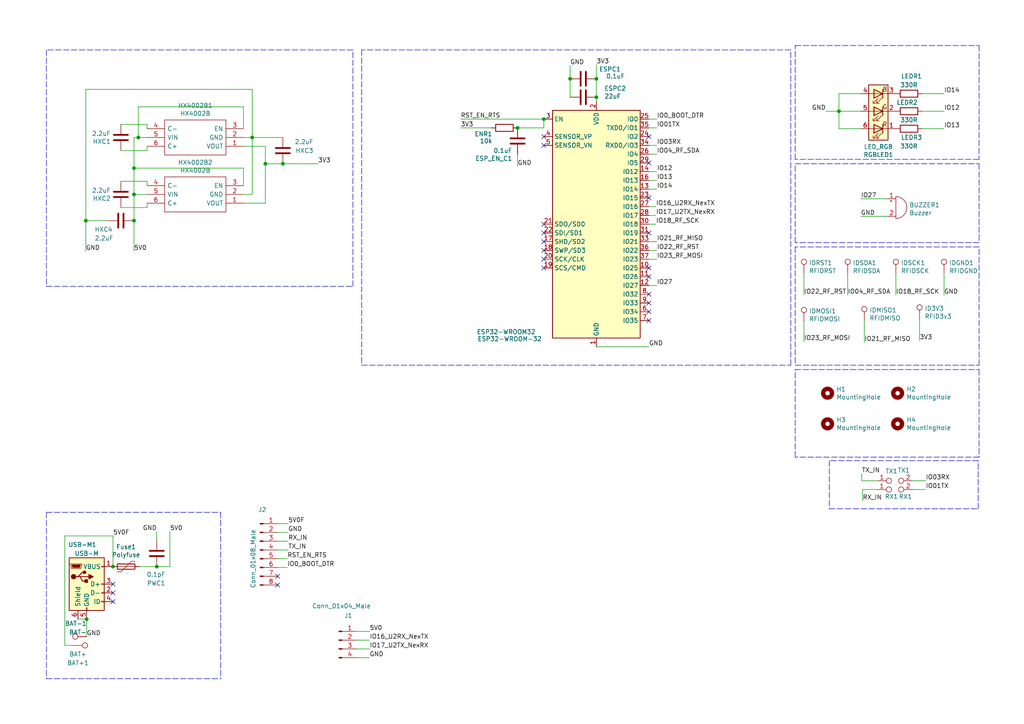
<source format=kicad_sch>
(kicad_sch (version 20211123) (generator eeschema)
  (paper "A4")
  (title_block (title "Wireless RFID NFC Contactless Card Reader - Board") (rev "2.3") (company "AeonLabs") (comment 1 "Copyright 2022"))
  (lib_symbols
    (symbol "Connector:Conn_01x04_Male" (pin_names (offset 1.016) hide)
      (property "Reference" "J" (at 0 5.08 0))
      (property "Value" "Conn_01x04_Male" (at 0 -7.62 0))
      (symbol "Conn_01x04_Male_1_1"
        (polyline (pts (xy 1.27 -5.08) (xy 0.8636 -5.08)) (stroke (width 0.1524)))
        (polyline (pts (xy 1.27 -2.54) (xy 0.8636 -2.54)) (stroke (width 0.1524)))
        (polyline (pts (xy 1.27 0) (xy 0.8636 0)) (stroke (width 0.1524)))
        (polyline (pts (xy 1.27 2.54) (xy 0.8636 2.54)) (stroke (width 0.1524)))
        (rectangle (start 0.8636 -4.953) (end 0 -5.207) (stroke (width 0.1524)) (fill (type outline)))
        (rectangle (start 0.8636 -2.413) (end 0 -2.667) (stroke (width 0.1524)) (fill (type outline)))
        (rectangle (start 0.8636 0.127) (end 0 -0.127) (stroke (width 0.1524)) (fill (type outline)))
        (rectangle (start 0.8636 2.667) (end 0 2.413) (stroke (width 0.1524)) (fill (type outline)))
        (pin passive line (at 5.08 2.54 180) (length 3.81) (name "Pin_1") (number "1"))
        (pin passive line (at 5.08 0 180) (length 3.81) (name "Pin_2") (number "2"))
        (pin passive line (at 5.08 -2.54 180) (length 3.81) (name "Pin_3") (number "3"))
        (pin passive line (at 5.08 -5.08 180) (length 3.81) (name "Pin_4") (number "4"))
      )
    )
    (symbol "Connector:Conn_01x08_Male" (pin_names (offset 1.016) hide)
      (property "Reference" "J" (at 0 10.16 0))
      (property "Value" "Conn_01x08_Male" (at 0 -12.7 0))
      (symbol "Conn_01x08_Male_1_1"
        (polyline (pts (xy 1.27 -10.16) (xy 0.8636 -10.16)) (stroke (width 0.1524)))
        (polyline (pts (xy 1.27 -7.62) (xy 0.8636 -7.62)) (stroke (width 0.1524)))
        (polyline (pts (xy 1.27 -5.08) (xy 0.8636 -5.08)) (stroke (width 0.1524)))
        (polyline (pts (xy 1.27 -2.54) (xy 0.8636 -2.54)) (stroke (width 0.1524)))
        (polyline (pts (xy 1.27 0) (xy 0.8636 0)) (stroke (width 0.1524)))
        (polyline (pts (xy 1.27 2.54) (xy 0.8636 2.54)) (stroke (width 0.1524)))
        (polyline (pts (xy 1.27 5.08) (xy 0.8636 5.08)) (stroke (width 0.1524)))
        (polyline (pts (xy 1.27 7.62) (xy 0.8636 7.62)) (stroke (width 0.1524)))
        (rectangle (start 0.8636 -10.033) (end 0 -10.287) (stroke (width 0.1524)) (fill (type outline)))
        (rectangle (start 0.8636 -7.493) (end 0 -7.747) (stroke (width 0.1524)) (fill (type outline)))
        (rectangle (start 0.8636 -4.953) (end 0 -5.207) (stroke (width 0.1524)) (fill (type outline)))
        (rectangle (start 0.8636 -2.413) (end 0 -2.667) (stroke (width 0.1524)) (fill (type outline)))
        (rectangle (start 0.8636 0.127) (end 0 -0.127) (stroke (width 0.1524)) (fill (type outline)))
        (rectangle (start 0.8636 2.667) (end 0 2.413) (stroke (width 0.1524)) (fill (type outline)))
        (rectangle (start 0.8636 5.207) (end 0 4.953) (stroke (width 0.1524)) (fill (type outline)))
        (rectangle (start 0.8636 7.747) (end 0 7.493) (stroke (width 0.1524)) (fill (type outline)))
        (pin passive line (at 5.08 7.62 180) (length 3.81) (name "Pin_1") (number "1"))
        (pin passive line (at 5.08 5.08 180) (length 3.81) (name "Pin_2") (number "2"))
        (pin passive line (at 5.08 2.54 180) (length 3.81) (name "Pin_3") (number "3"))
        (pin passive line (at 5.08 0 180) (length 3.81) (name "Pin_4") (number "4"))
        (pin passive line (at 5.08 -2.54 180) (length 3.81) (name "Pin_5") (number "5"))
        (pin passive line (at 5.08 -5.08 180) (length 3.81) (name "Pin_6") (number "6"))
        (pin passive line (at 5.08 -7.62 180) (length 3.81) (name "Pin_7") (number "7"))
        (pin passive line (at 5.08 -10.16 180) (length 3.81) (name "Pin_8") (number "8"))
      )
    )
    (symbol "Connector:TestPoint" (pin_numbers hide) (pin_names (offset 0.762) hide)
      (property "Reference" "TP" (at 0 6.858 0))
      (property "Value" "TestPoint" (at 0 5.08 0))
      (symbol "TestPoint_0_1"
        (circle (center 0 3.302) (radius 0.762))
      )
      (symbol "TestPoint_1_1"
        (pin passive line (at 0 0 90) (length 2.54) (name "1") (number "1"))
      )
    )
    (symbol "Connector:TestPoint_2Pole" (pin_names (offset 0.762) hide)
      (property "Reference" "TP" (at 0 1.524 0))
      (property "Value" "TestPoint_2Pole" (at 0 -1.778 0))
      (symbol "TestPoint_2Pole_0_1"
        (circle (center -1.778 0) (radius 0.762))
        (circle (center 1.778 0) (radius 0.762))
        (pin passive line (at -5.08 0 0) (length 2.54) (name "1") (number "1"))
        (pin passive line (at 5.08 0 180) (length 2.54) (name "2") (number "2"))
      )
    )
    (symbol "Connector:USB_B_Micro" (pin_names (offset 1.016))
      (property "Reference" "J" (at -5.08 11.43 0))
      (property "Value" "USB_B_Micro" (at -5.08 8.89 0))
      (symbol "USB_B_Micro_0_1"
        (rectangle (start -5.08 -7.62) (end 5.08 7.62) (stroke (width 0.254)) (fill (type background)))
        (circle (center -3.81 2.159) (radius 0.635) (stroke (width 0.254)) (fill (type outline)))
        (circle (center -0.635 3.429) (radius 0.381) (stroke (width 0.254)) (fill (type outline)))
        (rectangle (start -0.127 -7.62) (end 0.127 -6.858))
        (polyline (pts (xy -1.905 2.159) (xy 0.635 2.159)) (stroke (width 0.254)))
        (polyline (pts (xy -3.175 2.159) (xy -2.54 2.159) (xy -1.27 3.429) (xy -0.635 3.429)) (stroke (width 0.254)))
        (polyline (pts (xy -2.54 2.159) (xy -1.905 2.159) (xy -1.27 0.889) (xy 0 0.889)) (stroke (width 0.254)))
        (polyline (pts (xy 0.635 2.794) (xy 0.635 1.524) (xy 1.905 2.159) (xy 0.635 2.794)) (stroke (width 0.254)) (fill (type outline)))
        (polyline (pts (xy -4.318 5.588) (xy -1.778 5.588) (xy -2.032 4.826) (xy -4.064 4.826) (xy -4.318 5.588)) (fill (type outline)))
        (polyline (pts (xy -4.699 5.842) (xy -4.699 5.588) (xy -4.445 4.826) (xy -4.445 4.572) (xy -1.651 4.572) (xy -1.651 4.826) (xy -1.397 5.588) (xy -1.397 5.842) (xy -4.699 5.842)))
        (rectangle (start 0.254 1.27) (end -0.508 0.508) (stroke (width 0.254)) (fill (type outline)))
        (rectangle (start 5.08 -5.207) (end 4.318 -4.953))
        (rectangle (start 5.08 -2.667) (end 4.318 -2.413))
        (rectangle (start 5.08 -0.127) (end 4.318 0.127))
        (rectangle (start 5.08 4.953) (end 4.318 5.207))
      )
      (symbol "USB_B_Micro_1_1"
        (pin power_out line (at 7.62 5.08 180) (length 2.54) (name "VBUS") (number "1"))
        (pin bidirectional line (at 7.62 -2.54 180) (length 2.54) (name "D-") (number "2"))
        (pin bidirectional line (at 7.62 0 180) (length 2.54) (name "D+") (number "3"))
        (pin passive line (at 7.62 -5.08 180) (length 2.54) (name "ID") (number "4"))
        (pin power_out line (at 0 -10.16 90) (length 2.54) (name "GND") (number "5"))
        (pin passive line (at -2.54 -10.16 90) (length 2.54) (name "Shield") (number "6"))
      )
    )
    (symbol "Device:Buzzer" (pin_names (offset 0.0254) hide)
      (property "Reference" "BZ" (at 3.81 1.27 0))
      (property "Value" "Buzzer" (at 3.81 -1.27 0))
      (symbol "Buzzer_0_1"
        (arc (start 0 -3.175) (mid 3.175 0) (end 0 3.175))
        (polyline (pts (xy -1.651 1.905) (xy -1.143 1.905)))
        (polyline (pts (xy -1.397 2.159) (xy -1.397 1.651)))
        (polyline (pts (xy 0 3.175) (xy 0 -3.175)))
      )
      (symbol "Buzzer_1_1"
        (pin passive line (at -2.54 2.54 0) (length 2.54) (name "-") (number "1"))
        (pin passive line (at -2.54 -2.54 0) (length 2.54) (name "+") (number "2"))
      )
    )
    (symbol "Device:C" (pin_numbers hide) (pin_names (offset 0.254))
      (property "Reference" "C" (at 0.635 2.54 0))
      (property "Value" "C" (at 0.635 -2.54 0))
      (symbol "C_0_1"
        (polyline (pts (xy -2.032 -0.762) (xy 2.032 -0.762)) (stroke (width 0.508)))
        (polyline (pts (xy -2.032 0.762) (xy 2.032 0.762)) (stroke (width 0.508)))
      )
      (symbol "C_1_1"
        (pin passive line (at 0 3.81 270) (length 2.794) (name "~") (number "1"))
        (pin passive line (at 0 -3.81 90) (length 2.794) (name "~") (number "2"))
      )
    )
    (symbol "Device:LED_RGB" (pin_names (offset 0) hide)
      (property "Reference" "D" (at 0 9.398 0))
      (property "Value" "LED_RGB" (at 0 -8.89 0))
      (symbol "LED_RGB_0_0"
        (text "B" (at -1.905 -6.35 0) (effects (font (size 1.27 1.27))))
        (text "G" (at -1.905 -1.27 0) (effects (font (size 1.27 1.27))))
        (text "R" (at -1.905 3.81 0) (effects (font (size 1.27 1.27))))
      )
      (symbol "LED_RGB_0_1"
        (polyline (pts (xy -1.27 -5.08) (xy -2.54 -5.08)))
        (polyline (pts (xy -1.27 -5.08) (xy 1.27 -5.08)))
        (polyline (pts (xy -1.27 -3.81) (xy -1.27 -6.35)) (stroke (width 0.254)))
        (polyline (pts (xy -1.27 0) (xy -2.54 0)))
        (polyline (pts (xy -1.27 1.27) (xy -1.27 -1.27)) (stroke (width 0.254)))
        (polyline (pts (xy -1.27 5.08) (xy -2.54 5.08)))
        (polyline (pts (xy -1.27 5.08) (xy 1.27 5.08)))
        (polyline (pts (xy -1.27 6.35) (xy -1.27 3.81)) (stroke (width 0.254)))
        (polyline (pts (xy 1.27 -5.08) (xy 2.54 -5.08)))
        (polyline (pts (xy 1.27 0) (xy -1.27 0)))
        (polyline (pts (xy 1.27 0) (xy 2.54 0)))
        (polyline (pts (xy 1.27 5.08) (xy 2.54 5.08)))
        (polyline (pts (xy -1.27 1.27) (xy -1.27 -1.27) (xy -1.27 -1.27)))
        (polyline (pts (xy -1.27 6.35) (xy -1.27 3.81) (xy -1.27 3.81)))
        (polyline (pts (xy 1.27 -3.81) (xy 1.27 -6.35) (xy -1.27 -5.08) (xy 1.27 -3.81)) (stroke (width 0.254)))
        (polyline (pts (xy 1.27 1.27) (xy 1.27 -1.27) (xy -1.27 0) (xy 1.27 1.27)) (stroke (width 0.254)))
        (polyline (pts (xy 1.27 6.35) (xy 1.27 3.81) (xy -1.27 5.08) (xy 1.27 6.35)) (stroke (width 0.254)))
        (polyline (pts (xy -1.016 -3.81) (xy 0.508 -2.286) (xy -0.254 -2.286) (xy 0.508 -2.286) (xy 0.508 -3.048)))
        (polyline (pts (xy -1.016 1.27) (xy 0.508 2.794) (xy -0.254 2.794) (xy 0.508 2.794) (xy 0.508 2.032)))
        (polyline (pts (xy -1.016 6.35) (xy 0.508 7.874) (xy -0.254 7.874) (xy 0.508 7.874) (xy 0.508 7.112)))
        (polyline (pts (xy 0 -3.81) (xy 1.524 -2.286) (xy 0.762 -2.286) (xy 1.524 -2.286) (xy 1.524 -3.048)))
        (polyline (pts (xy 0 1.27) (xy 1.524 2.794) (xy 0.762 2.794) (xy 1.524 2.794) (xy 1.524 2.032)))
        (polyline (pts (xy 0 6.35) (xy 1.524 7.874) (xy 0.762 7.874) (xy 1.524 7.874) (xy 1.524 7.112)))
        (rectangle (start 1.27 -1.27) (end 1.27 1.27))
        (rectangle (start 1.27 1.27) (end 1.27 1.27))
        (rectangle (start 1.27 3.81) (end 1.27 6.35))
        (rectangle (start 1.27 6.35) (end 1.27 6.35))
        (rectangle (start 2.794 8.382) (end -2.794 -7.62) (stroke (width 0.254)) (fill (type background)))
      )
      (symbol "LED_RGB_1_1"
        (pin passive line (at -5.08 5.08 0) (length 2.54) (name "RK") (number "1"))
        (pin passive line (at -5.08 0 0) (length 2.54) (name "GK") (number "2"))
        (pin passive line (at -5.08 -5.08 0) (length 2.54) (name "BK") (number "3"))
        (pin passive line (at 5.08 -5.08 180) (length 2.54) (name "BA") (number "4"))
        (pin passive line (at 5.08 0 180) (length 2.54) (name "GA") (number "5"))
        (pin passive line (at 5.08 5.08 180) (length 2.54) (name "RA") (number "6"))
      )
    )
    (symbol "Device:Polyfuse" (pin_numbers hide) (pin_names (offset 0))
      (property "Reference" "F" (at -2.54 0 90))
      (property "Value" "Polyfuse" (at 2.54 0 90))
      (symbol "Polyfuse_0_1"
        (rectangle (start -0.762 2.54) (end 0.762 -2.54) (stroke (width 0.254)))
        (polyline (pts (xy 0 2.54) (xy 0 -2.54)))
        (polyline (pts (xy -1.524 2.54) (xy -1.524 1.524) (xy 1.524 -1.524) (xy 1.524 -2.54)))
      )
      (symbol "Polyfuse_1_1"
        (pin passive line (at 0 3.81 270) (length 1.27) (name "~") (number "1"))
        (pin passive line (at 0 -3.81 90) (length 1.27) (name "~") (number "2"))
      )
    )
    (symbol "Device:R" (pin_numbers hide) (pin_names (offset 0))
      (property "Reference" "R" (at 2.032 0 90))
      (property "Value" "R" (at 0 0 90))
      (symbol "R_0_1"
        (rectangle (start -1.016 -2.54) (end 1.016 2.54) (stroke (width 0.254)))
      )
      (symbol "R_1_1"
        (pin passive line (at 0 3.81 270) (length 1.27) (name "~") (number "1"))
        (pin passive line (at 0 -3.81 90) (length 1.27) (name "~") (number "2"))
      )
    )
    (symbol "HX4002:HX4002" (pin_names (offset 0.762))
      (property "Reference" "IC" (at 24.13 7.62 0))
      (property "Value" "HX4002_HX4002" (at 24.13 5.08 0))
      (symbol "HX4002_0_0"
        (pin passive line (at 0 0 0) (length 5.08) (name "VOUT") (number "1"))
        (pin passive line (at 0 -2.54 0) (length 5.08) (name "GND") (number "2"))
        (pin passive line (at 0 -5.08 0) (length 5.08) (name "EN") (number "3"))
        (pin passive line (at 27.94 -5.08 180) (length 5.08) (name "C-") (number "4"))
        (pin passive line (at 27.94 -2.54 180) (length 5.08) (name "VIN") (number "5"))
        (pin passive line (at 27.94 0 180) (length 5.08) (name "C+") (number "6"))
      )
      (symbol "HX4002_0_1"
        (polyline (pts (xy 5.08 2.54) (xy 22.86 2.54) (xy 22.86 -7.62) (xy 5.08 -7.62) (xy 5.08 2.54)) (stroke (width 0.1524)))
      )
    )
    (symbol "Mechanical:MountingHole" (pin_names (offset 1.016))
      (property "Reference" "H" (at 0 5.08 0))
      (property "Value" "MountingHole" (at 0 3.175 0))
      (symbol "MountingHole_0_1"
        (circle (center 0 0) (radius 1.27) (stroke (width 1.27)))
      )
    )
    (symbol "RF_Module:ESP32-WROOM-32"
      (property "Reference" "U" (at -12.7 34.29 0))
      (property "Value" "ESP32-WROOM-32" (at 1.27 34.29 0))
      (symbol "ESP32-WROOM-32_0_1"
        (rectangle (start -12.7 33.02) (end 12.7 -33.02) (stroke (width 0.254)) (fill (type background)))
      )
      (symbol "ESP32-WROOM-32_1_1"
        (pin power_in line (at 0 -35.56 90) (length 2.54) (name "GND") (number "1"))
        (pin bidirectional line (at 15.24 -12.7 180) (length 2.54) (name "IO25") (number "10"))
        (pin bidirectional line (at 15.24 -15.24 180) (length 2.54) (name "IO26") (number "11"))
        (pin bidirectional line (at 15.24 -17.78 180) (length 2.54) (name "IO27") (number "12"))
        (pin bidirectional line (at 15.24 10.16 180) (length 2.54) (name "IO14") (number "13"))
        (pin bidirectional line (at 15.24 15.24 180) (length 2.54) (name "IO12") (number "14"))
        (pin passive line (at 0 -35.56 90) (length 2.54) hide (name "GND") (number "15"))
        (pin bidirectional line (at 15.24 12.7 180) (length 2.54) (name "IO13") (number "16"))
        (pin bidirectional line (at -15.24 -5.08 0) (length 2.54) (name "SHD/SD2") (number "17"))
        (pin bidirectional line (at -15.24 -7.62 0) (length 2.54) (name "SWP/SD3") (number "18"))
        (pin bidirectional line (at -15.24 -12.7 0) (length 2.54) (name "SCS/CMD") (number "19"))
        (pin power_in line (at 0 35.56 270) (length 2.54) (name "VDD") (number "2"))
        (pin bidirectional line (at -15.24 -10.16 0) (length 2.54) (name "SCK/CLK") (number "20"))
        (pin bidirectional line (at -15.24 0 0) (length 2.54) (name "SDO/SD0") (number "21"))
        (pin bidirectional line (at -15.24 -2.54 0) (length 2.54) (name "SDI/SD1") (number "22"))
        (pin bidirectional line (at 15.24 7.62 180) (length 2.54) (name "IO15") (number "23"))
        (pin bidirectional line (at 15.24 25.4 180) (length 2.54) (name "IO2") (number "24"))
        (pin bidirectional line (at 15.24 30.48 180) (length 2.54) (name "IO0") (number "25"))
        (pin bidirectional line (at 15.24 20.32 180) (length 2.54) (name "IO4") (number "26"))
        (pin bidirectional line (at 15.24 5.08 180) (length 2.54) (name "IO16") (number "27"))
        (pin bidirectional line (at 15.24 2.54 180) (length 2.54) (name "IO17") (number "28"))
        (pin bidirectional line (at 15.24 17.78 180) (length 2.54) (name "IO5") (number "29"))
        (pin input line (at -15.24 30.48 0) (length 2.54) (name "EN") (number "3"))
        (pin bidirectional line (at 15.24 0 180) (length 2.54) (name "IO18") (number "30"))
        (pin bidirectional line (at 15.24 -2.54 180) (length 2.54) (name "IO19") (number "31"))
        (pin no_connect line (at -12.7 -27.94 0) (length 2.54) hide (name "NC") (number "32"))
        (pin bidirectional line (at 15.24 -5.08 180) (length 2.54) (name "IO21") (number "33"))
        (pin bidirectional line (at 15.24 22.86 180) (length 2.54) (name "RXD0/IO3") (number "34"))
        (pin bidirectional line (at 15.24 27.94 180) (length 2.54) (name "TXD0/IO1") (number "35"))
        (pin bidirectional line (at 15.24 -7.62 180) (length 2.54) (name "IO22") (number "36"))
        (pin bidirectional line (at 15.24 -10.16 180) (length 2.54) (name "IO23") (number "37"))
        (pin passive line (at 0 -35.56 90) (length 2.54) hide (name "GND") (number "38"))
        (pin passive line (at 0 -35.56 90) (length 2.54) hide (name "GND") (number "39"))
        (pin input line (at -15.24 25.4 0) (length 2.54) (name "SENSOR_VP") (number "4"))
        (pin input line (at -15.24 22.86 0) (length 2.54) (name "SENSOR_VN") (number "5"))
        (pin input line (at 15.24 -25.4 180) (length 2.54) (name "IO34") (number "6"))
        (pin input line (at 15.24 -27.94 180) (length 2.54) (name "IO35") (number "7"))
        (pin bidirectional line (at 15.24 -20.32 180) (length 2.54) (name "IO32") (number "8"))
        (pin bidirectional line (at 15.24 -22.86 180) (length 2.54) (name "IO33") (number "9"))
      )
    )
  )
  (junction (at 38.862 48.768))
  (junction (at 40.132 39.878))
  (junction (at 32.766 164.338))
  (junction (at 76.962 47.498))
  (junction (at 38.862 56.388))
  (junction (at 172.974 22.86))
  (junction (at 45.466 164.338))
  (junction (at 157.734 34.544))
  (junction (at 243.332 32.258))
  (junction (at 150.114 37.084))
  (junction (at 165.354 22.86))
  (junction (at 38.862 64.008))
  (junction (at 82.042 47.498))
  (junction (at 172.974 28.194))
  (junction (at 73.152 39.878))
  (junction (at 25.146 179.578))
  (junction (at 24.892 64.008))
  (no_connect (at 157.734 65.024))
  (no_connect (at 32.766 171.958))
  (no_connect (at 32.766 169.418))
  (no_connect (at 188.214 90.424))
  (no_connect (at 157.734 77.724))
  (no_connect (at 188.214 39.624))
  (no_connect (at 157.734 72.644))
  (no_connect (at 188.214 47.244))
  (no_connect (at 188.214 85.344))
  (no_connect (at 188.214 80.264))
  (no_connect (at 188.214 67.564))
  (no_connect (at 157.734 75.184))
  (no_connect (at 157.734 70.104))
  (no_connect (at 157.734 39.624))
  (no_connect (at 157.734 42.164))
  (no_connect (at 188.214 57.404))
  (no_connect (at 80.518 167.132))
  (no_connect (at 80.518 169.672))
  (no_connect (at 157.734 67.564))
  (no_connect (at 188.214 77.724))
  (no_connect (at 32.766 174.498))
  (no_connect (at 188.214 87.884))
  (no_connect (at 188.214 92.964))
  (wire (pts (xy 273.812 79.248) (xy 273.812 85.598)))
  (wire (pts (xy 42.672 52.578) (xy 35.052 52.578)))
  (wire (pts (xy 70.612 48.768) (xy 70.612 53.848)))
  (polyline (pts (xy 230.632 70.358) (xy 230.632 47.498)))
  (wire (pts (xy 233.172 79.248) (xy 233.172 85.598)))
  (wire (pts (xy 172.974 28.194) (xy 172.974 29.464)))
  (wire (pts (xy 267.462 27.178) (xy 273.812 27.178)))
  (polyline (pts (xy 104.902 105.918) (xy 229.362 105.918)))
  (polyline (pts (xy 229.362 105.918) (xy 229.362 14.478)))
  (polyline (pts (xy 283.972 71.628) (xy 230.632 71.628)))
  (polyline (pts (xy 13.462 148.59) (xy 64.008 148.59)))
  (wire (pts (xy 38.862 56.388) (xy 38.862 64.008)))
  (wire (pts (xy 40.132 30.988) (xy 70.612 30.988)))
  (wire (pts (xy 24.892 64.008) (xy 24.892 72.898)))
  (wire (pts (xy 188.214 34.544) (xy 190.5 34.544)))
  (wire (pts (xy 245.872 79.248) (xy 245.872 85.598)))
  (wire (pts (xy 49.276 154.178) (xy 49.276 164.338)))
  (wire (pts (xy 243.332 32.258) (xy 239.522 32.258)))
  (wire (pts (xy 40.132 39.878) (xy 40.132 30.988)))
  (wire (pts (xy 38.862 48.768) (xy 38.862 39.878)))
  (wire (pts (xy 257.302 57.658) (xy 249.682 57.658)))
  (wire (pts (xy 18.796 187.198) (xy 21.336 187.198)))
  (polyline (pts (xy 283.718 133.604) (xy 240.538 133.604)))
  (wire (pts (xy 24.892 25.908) (xy 24.892 64.008)))
  (wire (pts (xy 45.466 164.338) (xy 49.276 164.338)))
  (wire (pts (xy 188.214 62.484) (xy 190.246 62.484)))
  (polyline (pts (xy 230.632 46.228) (xy 230.632 13.208)))
  (wire (pts (xy 264.668 141.986) (xy 268.478 141.986)))
  (wire (pts (xy 249.936 139.446) (xy 254.508 139.446)))
  (polyline (pts (xy 230.632 105.918) (xy 283.972 105.918)))
  (wire (pts (xy 42.672 60.198) (xy 35.052 60.198)))
  (wire (pts (xy 70.612 30.988) (xy 70.612 37.338)))
  (wire (pts (xy 80.518 156.972) (xy 83.566 156.972)))
  (wire (pts (xy 188.214 42.164) (xy 190.5 42.164)))
  (wire (pts (xy 172.974 22.86) (xy 172.974 28.194)))
  (polyline (pts (xy 102.362 83.058) (xy 102.362 14.478)))
  (wire (pts (xy 22.606 179.578) (xy 25.146 179.578)))
  (wire (pts (xy 76.962 58.928) (xy 70.612 58.928)))
  (wire (pts (xy 76.962 47.498) (xy 82.042 47.498)))
  (wire (pts (xy 70.612 39.878) (xy 73.152 39.878)))
  (wire (pts (xy 70.612 42.418) (xy 76.962 42.418)))
  (wire (pts (xy 103.378 185.674) (xy 107.188 185.674)))
  (wire (pts (xy 42.672 36.068) (xy 35.052 36.068)))
  (wire (pts (xy 165.354 22.86) (xy 165.354 28.194)))
  (wire (pts (xy 188.214 54.864) (xy 190.5 54.864)))
  (wire (pts (xy 32.766 164.338) (xy 32.766 155.448)))
  (polyline (pts (xy 283.972 46.228) (xy 230.632 46.228)))
  (wire (pts (xy 233.172 93.218) (xy 233.172 99.06)))
  (wire (pts (xy 80.518 154.432) (xy 83.566 154.432)))
  (wire (pts (xy 73.152 25.908) (xy 24.892 25.908)))
  (wire (pts (xy 188.214 37.084) (xy 190.5 37.084)))
  (polyline (pts (xy 230.632 132.588) (xy 230.632 107.188)))
  (wire (pts (xy 188.214 52.324) (xy 190.5 52.324)))
  (wire (pts (xy 172.974 18.796) (xy 172.974 22.86)))
  (wire (pts (xy 264.668 139.446) (xy 268.478 139.446)))
  (wire (pts (xy 42.672 58.928) (xy 42.672 60.198)))
  (wire (pts (xy 32.766 155.448) (xy 18.796 155.448)))
  (polyline (pts (xy 13.462 196.85) (xy 64.008 196.85)))
  (wire (pts (xy 42.672 56.388) (xy 38.862 56.388)))
  (polyline (pts (xy 283.972 70.358) (xy 230.632 70.358)))
  (wire (pts (xy 80.518 162.052) (xy 83.312 162.052)))
  (wire (pts (xy 250.19 141.986) (xy 254.508 141.986)))
  (wire (pts (xy 250.19 141.986) (xy 250.19 145.288)))
  (wire (pts (xy 250.698 92.964) (xy 250.698 99.314)))
  (wire (pts (xy 38.862 56.388) (xy 38.862 48.768)))
  (wire (pts (xy 188.214 75.184) (xy 190.5 75.184)))
  (wire (pts (xy 38.862 72.898) (xy 38.862 64.008)))
  (polyline (pts (xy 230.632 107.188) (xy 283.972 107.188)))
  (polyline (pts (xy 229.362 14.478) (xy 104.902 14.478)))
  (wire (pts (xy 150.114 44.704) (xy 150.114 48.26)))
  (polyline (pts (xy 230.632 47.498) (xy 283.972 47.498)))
  (wire (pts (xy 25.146 184.658) (xy 25.146 179.578)))
  (polyline (pts (xy 240.538 133.604) (xy 240.538 147.574)))
  (wire (pts (xy 103.378 188.214) (xy 107.188 188.214)))
  (polyline (pts (xy 283.718 147.574) (xy 283.718 133.604)))
  (wire (pts (xy 133.604 34.544) (xy 157.734 34.544)))
  (wire (pts (xy 266.7 92.456) (xy 266.7 98.806)))
  (wire (pts (xy 188.214 59.944) (xy 190.246 59.944)))
  (wire (pts (xy 42.672 37.338) (xy 42.672 36.068)))
  (wire (pts (xy 38.862 39.878) (xy 40.132 39.878)))
  (wire (pts (xy 42.672 43.688) (xy 35.052 43.688)))
  (wire (pts (xy 73.152 56.388) (xy 70.612 56.388)))
  (wire (pts (xy 157.734 34.544) (xy 157.734 37.084)))
  (polyline (pts (xy 13.462 148.59) (xy 13.462 196.85)))
  (polyline (pts (xy 13.462 83.058) (xy 102.362 83.058)))
  (wire (pts (xy 188.214 82.804) (xy 190.5 82.804)))
  (wire (pts (xy 76.962 47.498) (xy 76.962 58.928)))
  (wire (pts (xy 40.386 164.338) (xy 45.466 164.338)))
  (polyline (pts (xy 102.362 14.478) (xy 13.462 14.478)))
  (wire (pts (xy 249.936 137.414) (xy 249.936 139.446)))
  (polyline (pts (xy 104.902 14.478) (xy 104.902 105.918)))
  (wire (pts (xy 18.796 155.448) (xy 18.796 187.198)))
  (wire (pts (xy 73.152 39.878) (xy 73.152 56.388)))
  (wire (pts (xy 259.842 79.248) (xy 259.842 85.598)))
  (wire (pts (xy 76.962 42.418) (xy 76.962 47.498)))
  (polyline (pts (xy 240.538 147.574) (xy 283.718 147.574)))
  (wire (pts (xy 73.152 25.908) (xy 73.152 39.878)))
  (polyline (pts (xy 283.972 132.588) (xy 230.632 132.588)))
  (polyline (pts (xy 283.972 107.188) (xy 283.972 132.588)))
  (polyline (pts (xy 283.972 105.918) (xy 283.972 71.628)))
  (wire (pts (xy 38.862 48.768) (xy 70.612 48.768)))
  (wire (pts (xy 267.462 37.338) (xy 273.812 37.338)))
  (wire (pts (xy 45.466 156.718) (xy 45.466 154.178)))
  (wire (pts (xy 133.604 37.084) (xy 142.494 37.084)))
  (polyline (pts (xy 230.632 13.208) (xy 283.972 13.208)))
  (wire (pts (xy 188.214 70.104) (xy 190.5 70.104)))
  (wire (pts (xy 80.518 151.892) (xy 83.566 151.892)))
  (wire (pts (xy 188.214 49.784) (xy 190.5 49.784)))
  (wire (pts (xy 40.132 39.878) (xy 42.672 39.878)))
  (wire (pts (xy 73.152 39.878) (xy 82.042 39.878)))
  (wire (pts (xy 267.462 32.258) (xy 273.812 32.258)))
  (wire (pts (xy 103.378 183.134) (xy 107.188 183.134)))
  (wire (pts (xy 249.682 32.258) (xy 243.332 32.258)))
  (wire (pts (xy 82.042 47.498) (xy 92.202 47.498)))
  (wire (pts (xy 103.378 190.754) (xy 107.188 190.754)))
  (wire (pts (xy 172.974 100.584) (xy 188.214 100.584)))
  (wire (pts (xy 249.682 37.338) (xy 243.332 37.338)))
  (wire (pts (xy 188.214 65.024) (xy 190.246 65.024)))
  (wire (pts (xy 42.672 42.418) (xy 42.672 43.688)))
  (wire (pts (xy 165.354 19.05) (xy 165.354 22.86)))
  (wire (pts (xy 188.214 72.644) (xy 190.5 72.644)))
  (polyline (pts (xy 13.462 14.478) (xy 13.462 83.058)))
  (wire (pts (xy 157.734 37.084) (xy 150.114 37.084)))
  (polyline (pts (xy 283.972 13.208) (xy 283.972 46.228)))
  (wire (pts (xy 243.332 32.258) (xy 243.332 27.178)))
  (wire (pts (xy 188.214 44.704) (xy 190.5 44.704)))
  (wire (pts (xy 80.518 164.592) (xy 83.312 164.592)))
  (polyline (pts (xy 283.972 47.498) (xy 283.972 70.358)))
  (polyline (pts (xy 64.008 148.59) (xy 64.008 196.85)))
  (polyline (pts (xy 230.632 71.628) (xy 230.632 105.918)))
  (wire (pts (xy 80.518 159.512) (xy 83.566 159.512)))
  (wire (pts (xy 257.302 62.738) (xy 249.682 62.738)))
  (wire (pts (xy 249.682 27.178) (xy 243.332 27.178)))
  (wire (pts (xy 243.332 37.338) (xy 243.332 32.258)))
  (wire (pts (xy 42.672 53.848) (xy 42.672 52.578)))
  (wire (pts (xy 31.242 64.008) (xy 24.892 64.008)))
  (label "IO21_RF_MISO" (at 250.698 99.314 0))
  (label "GND" (at 188.214 100.584 0))
  (label "IO01TX" (at 268.478 141.986 0))
  (label "IO21_RF_MISO" (at 190.5 70.104 0))
  (label "GND" (at 165.354 19.05 0))
  (label "5V0" (at 38.862 72.898 0))
  (label "GND" (at 239.522 32.258 180))
  (label "IO18_RF_SCK" (at 259.842 85.598 0))
  (label "RST_EN_RTS" (at 133.604 34.544 0))
  (label "RST_EN_RTS" (at 83.312 162.052 0))
  (label "IO14" (at 190.5 54.864 0))
  (label "IO0_BOOT_DTR" (at 83.312 164.592 0))
  (label "3V3" (at 266.7 98.806 0))
  (label "RX_IN" (at 83.566 156.972 0))
  (label "GND" (at 83.566 154.432 0))
  (label "IO03RX" (at 190.5 42.164 0))
  (label "GND" (at 150.114 48.26 0))
  (label "IO14" (at 273.812 27.178 0))
  (label "IO17_U2TX_NexRX" (at 107.188 188.214 0))
  (label "GND" (at 45.466 154.178 180))
  (label "IO13" (at 190.5 52.324 0))
  (label "GND" (at 24.892 72.898 0))
  (label "IO13" (at 273.812 37.338 0))
  (label "IO03RX" (at 268.478 139.446 0))
  (label "IO18_RF_SCK" (at 190.246 65.024 0))
  (label "GND" (at 273.812 85.598 0))
  (label "IO23_RF_MOSI" (at 233.172 99.06 0))
  (label "IO22_RF_RST" (at 190.5 72.644 0))
  (label "TX_IN" (at 83.566 159.512 0))
  (label "5V0" (at 107.188 183.134 0))
  (label "IO16_U2RX_NexTX" (at 107.188 185.674 0))
  (label "IO0_BOOT_DTR" (at 190.5 34.544 0))
  (label "GND" (at 107.188 190.754 0))
  (label "GND" (at 249.682 62.738 0))
  (label "RX_IN" (at 250.19 145.288 0))
  (label "IO27" (at 190.5 82.804 0))
  (label "IO12" (at 190.5 49.784 0))
  (label "3V3" (at 92.202 47.498 0))
  (label "5V0F" (at 32.766 155.448 0))
  (label "5V0F" (at 83.566 151.892 0))
  (label "IO12" (at 273.812 32.258 0))
  (label "GND" (at 25.146 184.658 0))
  (label "IO17_U2TX_NexRX" (at 190.246 62.484 0))
  (label "IO23_RF_MOSI" (at 190.5 75.184 0))
  (label "5V0" (at 49.276 154.178 0))
  (label "IO16_U2RX_NexTX" (at 190.246 59.944 0))
  (label "IO04_RF_SDA" (at 245.872 85.598 0))
  (label "IO22_RF_RST" (at 233.172 85.598 0))
  (label "IO01TX" (at 190.5 37.084 0))
  (label "3V3" (at 172.974 18.796 0))
  (label "3V3" (at 133.604 37.084 0))
  (label "IO27" (at 249.682 57.658 0))
  (label "IO04_RF_SDA" (at 190.5 44.704 0))
  (label "TX_IN" (at 249.936 137.414 0))
  (symbol (lib_id "HX4002:HX4002") (at 70.612 58.928 180) (unit 1)
    (property "Reference" "HX4002B2" (at 56.642 47.117 0))
    (property "Value" "HX4002B" (at 56.642 49.4284 0))
    (property "Footprint" "AeonLabs:HX4002 SOT95 P280X125-6N" (effects hide))
    (property "Datasheet" "http://www.jiecx.com/files856985665897965/productpdf/2013-7-5/545010255.pdf" (effects hide))
    (property "Description" "Low Noise Regulated Charge Pump in SOT23-6" (effects hide))
    (property "Height" "1.25" (effects hide))
    (property "Manufacturer_Name" "HEXIN" (effects hide))
    (property "Manufacturer_Part_Number" "HX4002" (effects hide))
  )
  (symbol (lib_id "Device:C") (at 35.052 56.388 180) (unit 1)
    (property "Reference" "HXC2" (at 32.131 57.5564 0) (effects (justify left)))
    (property "Value" "2.2uF" (at 32.131 55.245 0) (effects (justify left)))
    (property "Footprint" "Capacitor_SMD:C_1206_3216Metric_Pad1.33x1.80mm_HandSolder" (effects hide))
  )
  (symbol (lib_id "Device:R") (at 263.652 27.178 90) (unit 1)
    (property "Reference" "LEDR1" (at 267.462 22.098 90) (effects (justify left)))
    (property "Value" "330R" (at 266.192 24.638 90) (effects (justify left)))
    (property "Footprint" "Resistor_SMD:R_1206_3216Metric_Pad1.30x1.75mm_HandSolder" (effects hide))
  )
  (symbol (lib_id "HX4002:HX4002") (at 70.612 42.418 180) (unit 1)
    (property "Reference" "HX4002B1" (at 56.642 30.607 0))
    (property "Value" "HX4002B" (at 56.642 32.9184 0))
    (property "Footprint" "AeonLabs:HX4002 SOT95 P280X125-6N" (effects hide))
    (property "Datasheet" "http://www.jiecx.com/files856985665897965/productpdf/2013-7-5/545010255.pdf" (effects hide))
    (property "Description" "Low Noise Regulated Charge Pump in SOT23-6" (effects hide))
    (property "Height" "1.25" (effects hide))
    (property "Manufacturer_Name" "HEXIN" (effects hide))
    (property "Manufacturer_Part_Number" "HX4002" (effects hide))
  )
  (symbol (lib_id "Device:C") (at 35.052 64.008 270) (unit 1)
    (property "Reference" "HXC4" (at 27.432 66.548 90) (effects (justify left)))
    (property "Value" "2.2uF" (at 27.432 69.088 90) (effects (justify left)))
    (property "Footprint" "Capacitor_SMD:C_1206_3216Metric_Pad1.33x1.80mm_HandSolder" (effects hide))
  )
  (symbol (lib_id "Device:C") (at 82.042 43.688 180) (unit 1)
    (property "Reference" "HXC3" (at 90.932 43.688 0) (effects (justify left)))
    (property "Value" "2.2uF" (at 90.932 41.148 0) (effects (justify left)))
    (property "Footprint" "Capacitor_SMD:C_1206_3216Metric_Pad1.33x1.80mm_HandSolder" (effects hide))
  )
  (symbol (lib_id "Device:C") (at 35.052 39.878 180) (unit 1)
    (property "Reference" "HXC1" (at 32.131 41.0464 0) (effects (justify left)))
    (property "Value" "2.2uF" (at 32.131 38.735 0) (effects (justify left)))
    (property "Footprint" "Capacitor_SMD:C_1206_3216Metric_Pad1.33x1.80mm_HandSolder" (effects hide))
  )
  (symbol (lib_id "Device:R") (at 146.304 37.084 90) (unit 1)
    (property "Reference" "ENR1" (at 140.208 38.862 90))
    (property "Value" "10k" (at 140.97 40.894 90))
    (property "Footprint" "Resistor_SMD:R_1206_3216Metric_Pad1.30x1.75mm_HandSolder" (effects hide))
  )
  (symbol (lib_id "Mechanical:MountingHole") (at 240.03 114.046 0) (unit 1)
    (property "Reference" "H1" (at 242.57 112.8776 0) (effects (justify left)))
    (property "Value" "MountingHole" (at 242.57 115.189 0) (effects (justify left)))
    (property "Footprint" "MountingHole:MountingHole_6.5mm" (effects hide))
  )
  (symbol (lib_id "Mechanical:MountingHole") (at 260.35 114.046 0) (unit 1)
    (property "Reference" "H2" (at 262.89 112.8776 0) (effects (justify left)))
    (property "Value" "MountingHole" (at 262.89 115.189 0) (effects (justify left)))
    (property "Footprint" "MountingHole:MountingHole_6.5mm" (effects hide))
  )
  (symbol (lib_id "Connector:USB_B_Micro") (at 25.146 169.418 0) (unit 1)
    (property "Reference" "USB-M1" (at 23.876 157.988 0))
    (property "Value" "USB-M" (at 25.146 160.528 0))
    (property "Footprint" "AeonLabs:Micro_USB_pcb_socket_5pin_4weld_points" (effects hide))
  )
  (symbol (lib_id "Device:C") (at 45.466 160.528 180) (unit 1)
    (property "Reference" "PWC1" (at 48.006 169.164 0) (effects (justify left)))
    (property "Value" "0.1pF" (at 48.006 166.624 0) (effects (justify left)))
    (property "Footprint" "Capacitor_SMD:C_1206_3216Metric_Pad1.33x1.80mm_HandSolder" (effects hide))
  )
  (symbol (lib_id "Device:LED_RGB") (at 254.762 32.258 180) (unit 1)
    (property "Reference" "RGBLED1" (at 254.762 44.8818 0))
    (property "Value" "LED_RGB" (at 254.762 42.5704 0))
    (property "Footprint" "LED_THT:LED_D5.0mm-4_RGB_Wide_Pins" (effects hide))
  )
  (symbol (lib_id "Device:R") (at 263.652 37.338 90) (unit 1)
    (property "Reference" "LEDR3" (at 267.462 39.878 90) (effects (justify left)))
    (property "Value" "330R" (at 266.192 42.418 90) (effects (justify left)))
    (property "Footprint" "Resistor_SMD:R_1206_3216Metric_Pad1.30x1.75mm_HandSolder" (effects hide))
  )
  (symbol (lib_id "Device:R") (at 263.652 32.258 90) (unit 1)
    (property "Reference" "LEDR2" (at 266.192 29.718 90) (effects (justify left)))
    (property "Value" "330R" (at 266.192 34.798 90) (effects (justify left)))
    (property "Footprint" "Resistor_SMD:R_1206_3216Metric_Pad1.30x1.75mm_HandSolder" (effects hide))
  )
  (symbol (lib_id "Device:Buzzer") (at 259.842 60.198 0) (unit 1)
    (property "Reference" "BUZZER1" (at 263.7028 59.4614 0) (effects (justify left)))
    (property "Value" "Buzzer" (at 263.7028 61.7728 0) (effects (justify left)))
    (property "Footprint" "Buzzer_Beeper:MagneticBuzzer_Kobitone_254-EMB84Q-RO" (effects hide))
  )
  (symbol (lib_id "Connector:TestPoint") (at 233.172 79.248 0) (unit 1)
    (property "Reference" "IDRST1" (at 234.6452 76.2508 0) (effects (justify left)))
    (property "Value" "RFIDRST" (at 234.6452 78.5622 0) (effects (justify left)))
    (property "Footprint" "TestPoint:TestPoint_THTPad_2.0x2.0mm_Drill1.0mm" (effects hide))
  )
  (symbol (lib_id "Connector:TestPoint") (at 245.872 79.248 0) (unit 1)
    (property "Reference" "IDSDA1" (at 247.3452 76.2508 0) (effects (justify left)))
    (property "Value" "RFIDSDA" (at 247.3452 78.5622 0) (effects (justify left)))
    (property "Footprint" "TestPoint:TestPoint_THTPad_2.0x2.0mm_Drill1.0mm" (effects hide))
  )
  (symbol (lib_id "Connector:TestPoint") (at 259.842 79.248 0) (unit 1)
    (property "Reference" "IDSCK1" (at 261.3152 76.2508 0) (effects (justify left)))
    (property "Value" "RFIDSCK" (at 261.3152 78.5622 0) (effects (justify left)))
    (property "Footprint" "TestPoint:TestPoint_THTPad_2.0x2.0mm_Drill1.0mm" (effects hide))
  )
  (symbol (lib_id "Connector:TestPoint") (at 273.812 79.248 0) (unit 1)
    (property "Reference" "IDGND1" (at 275.2852 76.2508 0) (effects (justify left)))
    (property "Value" "RFIDGND" (at 275.2852 78.5622 0) (effects (justify left)))
    (property "Footprint" "TestPoint:TestPoint_THTPad_2.0x2.0mm_Drill1.0mm" (effects hide))
  )
  (symbol (lib_id "Connector:TestPoint") (at 233.172 93.218 0) (unit 1)
    (property "Reference" "IDMOSI1" (at 234.6452 90.2208 0) (effects (justify left)))
    (property "Value" "RFIDMOSI" (at 234.6452 92.5322 0) (effects (justify left)))
    (property "Footprint" "TestPoint:TestPoint_THTPad_2.0x2.0mm_Drill1.0mm" (effects hide))
  )
  (symbol (lib_id "Connector:TestPoint") (at 250.698 92.964 0) (unit 1)
    (property "Reference" "IDMISO1" (at 252.1712 89.9668 0) (effects (justify left)))
    (property "Value" "RFIDMISO" (at 252.1712 92.2782 0) (effects (justify left)))
    (property "Footprint" "TestPoint:TestPoint_THTPad_2.0x2.0mm_Drill1.0mm" (effects hide))
  )
  (symbol (lib_id "Connector:TestPoint") (at 266.7 92.456 0) (unit 1)
    (property "Reference" "ID3V3" (at 268.1732 89.4588 0) (effects (justify left)))
    (property "Value" "RFID3v3" (at 268.1732 91.7702 0) (effects (justify left)))
    (property "Footprint" "TestPoint:TestPoint_THTPad_2.0x2.0mm_Drill1.0mm" (effects hide))
  )
  (symbol (lib_id "RF_Module:ESP32-WROOM-32") (at 172.974 65.024 0) (unit 1)
    (property "Reference" "ESP32-WROOM32" (at 146.812 96.266 0))
    (property "Value" "ESP32-WROOM-32" (at 147.828 98.298 0))
    (property "Footprint" "RF_Module:ESP32-WROOM-32" (effects hide))
    (property "Datasheet" "https://www.espressif.com/sites/default/files/documentation/esp32-wroom-32_datasheet_en.pdf" (effects hide))
  )
  (symbol (lib_id "Device:Polyfuse") (at 36.576 164.338 270) (unit 1)
    (property "Reference" "Fuse1" (at 36.576 158.623 90))
    (property "Value" "Polyfuse" (at 36.576 160.9344 90))
    (property "Footprint" "Fuse:Fuse_1206_3216Metric_Pad1.42x1.75mm_HandSolder" (effects hide))
  )
  (symbol (lib_id "Connector:Conn_01x04_Male") (at 98.298 185.674 0) (unit 1)
    (property "Reference" "J1" (at 101.0412 178.5366 0))
    (property "Value" "Conn_01x04_Male" (at 99.06 175.768 0))
    (property "Footprint" "Connector_JST:JST_EH_B4B-EH-A_1x04_P2.50mm_Vertical" (effects hide))
  )
  (symbol (lib_id "Connector:TestPoint") (at 21.336 187.198 270) (mirror x) (unit 1)
    (property "Reference" "BAT+1" (at 22.606 192.278 90))
    (property "Value" "BAT+" (at 22.606 189.738 90))
    (property "Footprint" "TestPoint:TestPoint_THTPad_2.0x2.0mm_Drill1.0mm" (effects hide))
  )
  (symbol (lib_id "Connector:TestPoint") (at 25.146 184.658 90) (unit 1)
    (property "Reference" "BAT-1" (at 25.146 180.848 90) (effects (justify left)))
    (property "Value" "BAT-" (at 25.146 183.388 90) (effects (justify left)))
    (property "Footprint" "TestPoint:TestPoint_THTPad_2.0x2.0mm_Drill1.0mm" (effects hide))
  )
  (symbol (lib_id "Mechanical:MountingHole") (at 240.03 122.936 0) (unit 1)
    (property "Reference" "H3" (at 242.57 121.7676 0) (effects (justify left)))
    (property "Value" "MountingHole" (at 242.57 124.079 0) (effects (justify left)))
    (property "Footprint" "MountingHole:MountingHole_6.5mm" (effects hide))
  )
  (symbol (lib_id "Mechanical:MountingHole") (at 260.35 122.936 0) (unit 1)
    (property "Reference" "H4" (at 262.89 121.7676 0) (effects (justify left)))
    (property "Value" "MountingHole" (at 262.89 124.079 0) (effects (justify left)))
    (property "Footprint" "MountingHole:MountingHole_6.5mm" (effects hide))
  )
  (symbol (lib_id "Connector:TestPoint_2Pole") (at 259.588 141.986 0) (unit 1)
    (property "Reference" "RX1" (at 262.636 144.018 0))
    (property "Value" "RX1" (at 258.572 144.018 0))
    (property "Footprint" "TestPoint:TestPoint_Pad_Bridge_1.0x1.0mm" (effects hide))
  )
  (symbol (lib_id "Device:C") (at 169.164 28.194 270) (unit 1)
    (property "Reference" "ESPC2" (at 175.26 25.654 90) (effects (justify left)))
    (property "Value" "22uF" (at 175.26 27.94 90) (effects (justify left)))
    (property "Footprint" "Capacitor_SMD:C_1206_3216Metric_Pad1.33x1.80mm_HandSolder" (effects hide))
  )
  (symbol (lib_id "Device:C") (at 169.164 22.86 270) (unit 1)
    (property "Reference" "ESPC1" (at 173.736 20.066 90) (effects (justify left)))
    (property "Value" "0.1uF" (at 175.768 22.098 90) (effects (justify left)))
    (property "Footprint" "Capacitor_SMD:C_1206_3216Metric_Pad1.33x1.80mm_HandSolder" (effects hide))
  )
  (symbol (lib_id "Connector:Conn_01x08_Male") (at 75.438 159.512 0) (unit 1)
    (property "Reference" "J2" (at 76.073 147.8493 0))
    (property "Value" "Conn_01x08_Male" (at 73.406 162.052 90))
    (property "Footprint" "Connector:SOIC_clipProgSmall" (effects hide))
  )
  (symbol (lib_id "Connector:TestPoint_2Pole") (at 259.588 139.446 0) (unit 1)
    (property "Reference" "TX1" (at 258.572 136.652 0))
    (property "Value" "TX1" (at 262.128 136.398 0))
    (property "Footprint" "TestPoint:TestPoint_Pad_Bridge_1.0x1.0mm" (effects hide))
  )
  (symbol (lib_id "Device:C") (at 150.114 40.894 180) (unit 1)
    (property "Reference" "ESP_EN_C1" (at 148.59 45.974 0) (effects (justify left)))
    (property "Value" "0.1uF" (at 148.59 43.688 0) (effects (justify left)))
    (property "Footprint" "Capacitor_SMD:C_1206_3216Metric_Pad1.33x1.80mm_HandSolder" (effects hide))
  )
)
</source>
